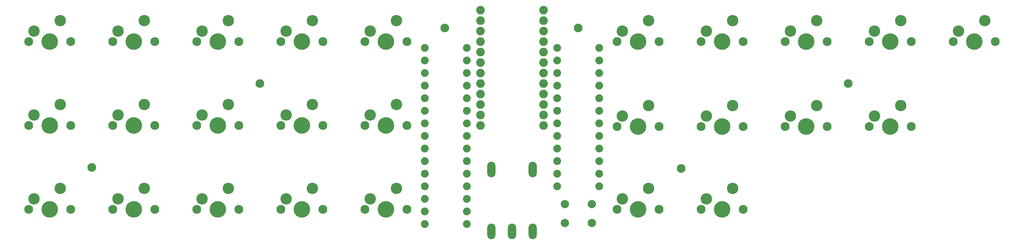
<source format=gts>
%TF.GenerationSoftware,KiCad,Pcbnew,(6.0.2)*%
%TF.CreationDate,2022-03-21T22:20:15-04:00*%
%TF.ProjectId,carpal26_1.0.12,63617270-616c-4323-965f-312e302e3132,rev?*%
%TF.SameCoordinates,Original*%
%TF.FileFunction,Soldermask,Top*%
%TF.FilePolarity,Negative*%
%FSLAX46Y46*%
G04 Gerber Fmt 4.6, Leading zero omitted, Abs format (unit mm)*
G04 Created by KiCad (PCBNEW (6.0.2)) date 2022-03-21 22:20:15*
%MOMM*%
%LPD*%
G01*
G04 APERTURE LIST*
%ADD10C,4.000400*%
%ADD11C,2.133600*%
%ADD12C,2.743200*%
%ADD13C,1.879600*%
%ADD14C,2.100000*%
%ADD15O,2.003200X3.803200*%
%ADD16C,2.082800*%
%ADD17C,2.000000*%
G04 APERTURE END LIST*
D10*
X88900000Y-83820000D03*
D11*
X83820000Y-83820000D03*
X93980000Y-83820000D03*
D12*
X85090000Y-81280000D03*
X91440000Y-78740000D03*
D13*
X118618000Y-100584000D03*
X128778000Y-100584000D03*
X118618000Y-112776000D03*
X128778000Y-112776000D03*
X160782000Y-109728000D03*
X150622000Y-109728000D03*
D14*
X123444000Y-80518000D03*
D10*
X190500000Y-124460000D03*
D11*
X185420000Y-124460000D03*
X195580000Y-124460000D03*
D12*
X186690000Y-121920000D03*
X193040000Y-119380000D03*
D13*
X160782000Y-118872000D03*
X150622000Y-118872000D03*
D10*
X68580000Y-124460000D03*
D11*
X63500000Y-124460000D03*
X73660000Y-124460000D03*
D12*
X64770000Y-121920000D03*
X71120000Y-119380000D03*
D10*
X48260000Y-104140000D03*
D11*
X43180000Y-104140000D03*
X53340000Y-104140000D03*
D12*
X44450000Y-101600000D03*
X50800000Y-99060000D03*
D10*
X68580000Y-83820000D03*
D11*
X63500000Y-83820000D03*
X73660000Y-83820000D03*
D12*
X64770000Y-81280000D03*
X71120000Y-78740000D03*
D13*
X118618000Y-106680000D03*
X128778000Y-106680000D03*
X160782000Y-115824000D03*
X150622000Y-115824000D03*
D10*
X210820000Y-83820000D03*
D11*
X205740000Y-83820000D03*
X215900000Y-83820000D03*
D12*
X207010000Y-81280000D03*
X213360000Y-78740000D03*
D15*
X144700000Y-129780000D03*
X134700000Y-129780000D03*
X139700000Y-129780000D03*
X144700000Y-114780000D03*
X134700000Y-114780000D03*
D10*
X48260000Y-124460000D03*
D11*
X43180000Y-124460000D03*
X53340000Y-124460000D03*
D12*
X44450000Y-121920000D03*
X50800000Y-119380000D03*
D10*
X68580000Y-104140000D03*
D11*
X63500000Y-104140000D03*
X73660000Y-104140000D03*
D12*
X64770000Y-101600000D03*
X71120000Y-99060000D03*
D10*
X231140000Y-104360000D03*
D11*
X226060000Y-104360000D03*
X236220000Y-104360000D03*
D12*
X227330000Y-101820000D03*
X233680000Y-99280000D03*
D10*
X231140000Y-83820000D03*
D11*
X226060000Y-83820000D03*
X236220000Y-83820000D03*
D12*
X227330000Y-81280000D03*
X233680000Y-78740000D03*
D13*
X160782000Y-100584000D03*
X150622000Y-100584000D03*
X160782000Y-97536000D03*
X150622000Y-97536000D03*
X160782000Y-112776000D03*
X150622000Y-112776000D03*
X118618000Y-124968000D03*
X128778000Y-124968000D03*
D10*
X88900000Y-124460000D03*
D11*
X83820000Y-124460000D03*
X93980000Y-124460000D03*
D12*
X85090000Y-121920000D03*
X91440000Y-119380000D03*
D10*
X190500000Y-83820000D03*
D11*
X185420000Y-83820000D03*
X195580000Y-83820000D03*
D12*
X186690000Y-81280000D03*
X193040000Y-78740000D03*
D10*
X170180000Y-83820000D03*
D11*
X165100000Y-83820000D03*
X175260000Y-83820000D03*
D12*
X166370000Y-81280000D03*
X172720000Y-78740000D03*
D10*
X170180000Y-104360000D03*
D11*
X165100000Y-104360000D03*
X175260000Y-104360000D03*
D12*
X166370000Y-101820000D03*
X172720000Y-99280000D03*
D16*
X132080000Y-76200000D03*
X132080000Y-78740000D03*
X132080000Y-81280000D03*
X132080000Y-83820000D03*
X132080000Y-86360000D03*
X132080000Y-88900000D03*
X132080000Y-91440000D03*
X132080000Y-93980000D03*
X132080000Y-96520000D03*
X132080000Y-99060000D03*
X132080000Y-101600000D03*
X132080000Y-104140000D03*
X147320000Y-104140000D03*
X147320000Y-101600000D03*
X147320000Y-99060000D03*
X147320000Y-96520000D03*
X147320000Y-93980000D03*
X147320000Y-91440000D03*
X147320000Y-88900000D03*
X147320000Y-86360000D03*
X147320000Y-83820000D03*
X147320000Y-81280000D03*
X147320000Y-78740000D03*
X147320000Y-76200000D03*
D13*
X118618000Y-115824000D03*
X128778000Y-115824000D03*
D10*
X190500000Y-104360000D03*
D11*
X185420000Y-104360000D03*
X195580000Y-104360000D03*
D12*
X186690000Y-101820000D03*
X193040000Y-99280000D03*
D10*
X109220000Y-104140000D03*
D11*
X104140000Y-104140000D03*
X114300000Y-104140000D03*
D12*
X105410000Y-101600000D03*
X111760000Y-99060000D03*
D13*
X118618000Y-118872000D03*
X128778000Y-118872000D03*
X118618000Y-97536000D03*
X128778000Y-97536000D03*
X160782000Y-91440000D03*
X150622000Y-91440000D03*
X160782000Y-106680000D03*
X150622000Y-106680000D03*
X118618000Y-91440000D03*
X128778000Y-91440000D03*
X160782000Y-85344000D03*
X150622000Y-85344000D03*
X160782000Y-88392000D03*
X150622000Y-88392000D03*
D14*
X38100000Y-114300000D03*
D10*
X109220000Y-83820000D03*
D11*
X104140000Y-83820000D03*
X114300000Y-83820000D03*
D12*
X105410000Y-81280000D03*
X111760000Y-78740000D03*
D13*
X160782000Y-94488000D03*
X150622000Y-94488000D03*
D10*
X48260000Y-83820000D03*
D11*
X43180000Y-83820000D03*
X53340000Y-83820000D03*
D12*
X44450000Y-81280000D03*
X50800000Y-78740000D03*
D10*
X170180000Y-124460000D03*
D11*
X165100000Y-124460000D03*
X175260000Y-124460000D03*
D12*
X166370000Y-121920000D03*
X172720000Y-119380000D03*
D10*
X88900000Y-104140000D03*
D11*
X83820000Y-104140000D03*
X93980000Y-104140000D03*
D12*
X85090000Y-101600000D03*
X91440000Y-99060000D03*
D13*
X118618000Y-94488000D03*
X128778000Y-94488000D03*
D10*
X27940000Y-124460000D03*
D11*
X22860000Y-124460000D03*
X33020000Y-124460000D03*
D12*
X24130000Y-121920000D03*
X30480000Y-119380000D03*
D14*
X155702000Y-80518000D03*
D10*
X27940000Y-104140000D03*
D11*
X22860000Y-104140000D03*
X33020000Y-104140000D03*
D12*
X24130000Y-101600000D03*
X30480000Y-99060000D03*
D13*
X118618000Y-85344000D03*
X128778000Y-85344000D03*
D17*
X152452000Y-127726000D03*
X158952000Y-127726000D03*
X158952000Y-123226000D03*
X152452000Y-123226000D03*
D13*
X160782000Y-103632000D03*
X150622000Y-103632000D03*
D14*
X180594000Y-114554000D03*
D10*
X109220000Y-124460000D03*
D11*
X104140000Y-124460000D03*
X114300000Y-124460000D03*
D12*
X105410000Y-121920000D03*
X111760000Y-119380000D03*
D10*
X251460000Y-83820000D03*
D11*
X246380000Y-83820000D03*
X256540000Y-83820000D03*
D12*
X247650000Y-81280000D03*
X254000000Y-78740000D03*
D13*
X118618000Y-88392000D03*
X128778000Y-88392000D03*
X118618000Y-109728000D03*
X128778000Y-109728000D03*
D10*
X210820000Y-104360000D03*
D11*
X205740000Y-104360000D03*
X215900000Y-104360000D03*
D12*
X207010000Y-101820000D03*
X213360000Y-99280000D03*
D14*
X78740000Y-93980000D03*
D13*
X118618000Y-103632000D03*
X128778000Y-103632000D03*
X118618000Y-121920000D03*
X128778000Y-121920000D03*
D10*
X27940000Y-83820000D03*
D11*
X22860000Y-83820000D03*
X33020000Y-83820000D03*
D12*
X24130000Y-81280000D03*
X30480000Y-78740000D03*
D14*
X220980000Y-93980000D03*
D13*
X118618000Y-128016000D03*
X128778000Y-128016000D03*
M02*

</source>
